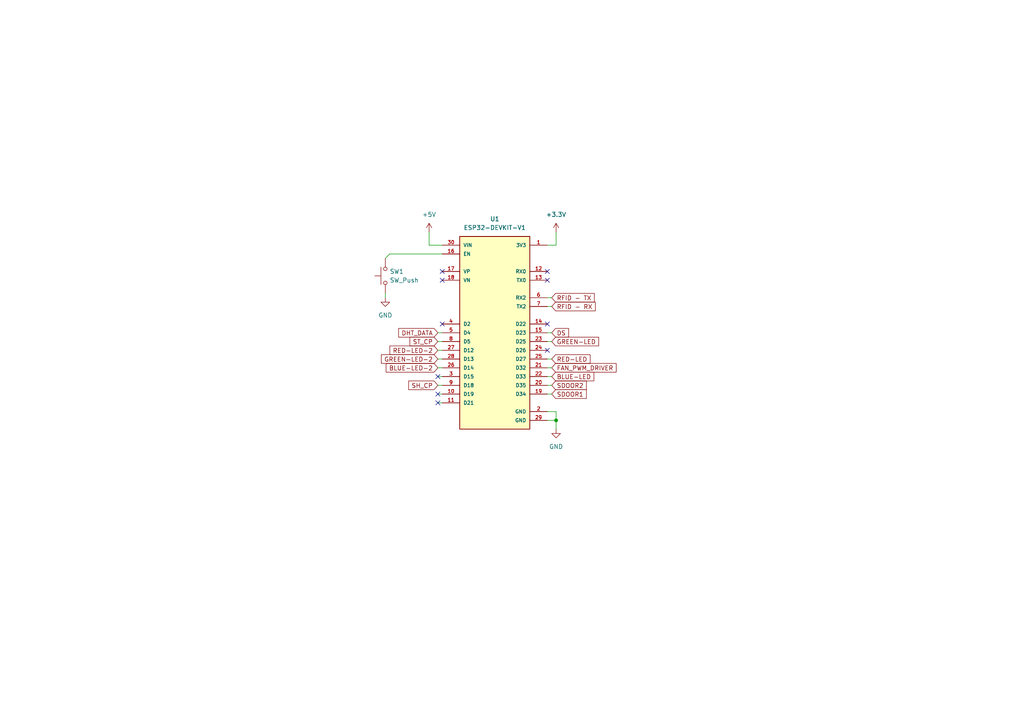
<source format=kicad_sch>
(kicad_sch (version 20230121) (generator eeschema)
  (paper "A4")
  (lib_symbols
    (symbol "ESP32-DEVKIT-V1:ESP32-DEVKIT-V1" (pin_names (offset 1.016))
      (property "Reference" "U1" (at 0 33.02 0))
      (property "Value" "ESP32-DEVKIT-V1" (at 0 30.48 0))
      (symbol "ESP32-DEVKIT-V1_0_0"
        (rectangle (start -10.16 -27.94) (end 10.16 27.94) (stroke (width 0.254)) (fill (type background)))
        (pin output line (at 15.24 25.4 180) (length 5.08) (name "3V3") (number "1"))
        (pin bidirectional line (at -15.24 -17.78 0) (length 5.08) (name "D19") (number "10"))
        (pin bidirectional line (at -15.24 -20.32 0) (length 5.08) (name "D21") (number "11"))
        (pin input line (at 15.24 17.78 180) (length 5.08) (name "RX0") (number "12"))
        (pin output line (at 15.24 15.24 180) (length 5.08) (name "TX0") (number "13"))
        (pin bidirectional line (at 15.24 2.54 180) (length 5.08) (name "D22") (number "14"))
        (pin bidirectional line (at 15.24 0 180) (length 5.08) (name "D23") (number "15"))
        (pin input line (at -15.24 22.86 0) (length 5.08) (name "EN") (number "16"))
        (pin bidirectional line (at -15.24 17.78 0) (length 5.08) (name "VP") (number "17"))
        (pin bidirectional line (at -15.24 15.24 0) (length 5.08) (name "VN") (number "18"))
        (pin bidirectional line (at 15.24 -17.78 180) (length 5.08) (name "D34") (number "19"))
        (pin power_in line (at 15.24 -22.86 180) (length 5.08) (name "GND") (number "2"))
        (pin bidirectional line (at 15.24 -15.24 180) (length 5.08) (name "D35") (number "20"))
        (pin bidirectional line (at 15.24 -10.16 180) (length 5.08) (name "D32") (number "21"))
        (pin bidirectional line (at 15.24 -12.7 180) (length 5.08) (name "D33") (number "22"))
        (pin bidirectional line (at 15.24 -2.54 180) (length 5.08) (name "D25") (number "23"))
        (pin bidirectional line (at 15.24 -5.08 180) (length 5.08) (name "D26") (number "24"))
        (pin bidirectional line (at 15.24 -7.62 180) (length 5.08) (name "D27") (number "25"))
        (pin bidirectional line (at -15.24 -10.16 0) (length 5.08) (name "D14") (number "26"))
        (pin bidirectional line (at -15.24 -5.08 0) (length 5.08) (name "D12") (number "27"))
        (pin bidirectional line (at -15.24 -7.62 0) (length 5.08) (name "D13") (number "28"))
        (pin power_in line (at 15.24 -25.4 180) (length 5.08) (name "GND") (number "29"))
        (pin bidirectional line (at -15.24 -12.7 0) (length 5.08) (name "D15") (number "3"))
        (pin input line (at -15.24 25.4 0) (length 5.08) (name "VIN") (number "30"))
        (pin bidirectional line (at -15.24 2.54 0) (length 5.08) (name "D2") (number "4"))
        (pin bidirectional line (at -15.24 0 0) (length 5.08) (name "D4") (number "5"))
        (pin input line (at 15.24 10.16 180) (length 5.08) (name "RX2") (number "6"))
        (pin output line (at 15.24 7.62 180) (length 5.08) (name "TX2") (number "7"))
        (pin bidirectional line (at -15.24 -2.54 0) (length 5.08) (name "D5") (number "8"))
        (pin bidirectional line (at -15.24 -15.24 0) (length 5.08) (name "D18") (number "9"))
      )
    )
    (symbol "Switch:SW_Push" (pin_numbers hide) (pin_names (offset 1.016) hide)
      (property "Reference" "SW" (at 1.27 2.54 0))
      (property "Value" "SW_Push" (at 0 -1.524 0))
      (symbol "SW_Push_0_1"
        (circle (center -2.032 0) (radius 0.508))
        (polyline (pts (xy 0 1.27) (xy 0 3.048)))
        (polyline (pts (xy 2.54 1.27) (xy -2.54 1.27)))
        (circle (center 2.032 0) (radius 0.508))
        (pin passive line (at -5.08 0 0) (length 2.54) (name "1") (number "1"))
        (pin passive line (at 5.08 0 180) (length 2.54) (name "2") (number "2"))
      )
    )
    (symbol "power:+3.3V" (power) (pin_names (offset 0))
      (property "Value" "+3.3V" (at 0 3.556 0))
      (symbol "+3.3V_0_1"
        (polyline (pts (xy -0.762 1.27) (xy 0 2.54)))
        (polyline (pts (xy 0 0) (xy 0 2.54)))
        (polyline (pts (xy 0 2.54) (xy 0.762 1.27)))
      )
      (symbol "+3.3V_1_1"
        (pin power_in line (at 0 0 90) (length 0) hide (name "+3.3V") (number "1"))
      )
    )
    (symbol "power:+5V" (power) (pin_names (offset 0))
      (property "Value" "+5V" (at 0 3.556 0))
      (symbol "+5V_0_1"
        (polyline (pts (xy -0.762 1.27) (xy 0 2.54)))
        (polyline (pts (xy 0 0) (xy 0 2.54)))
        (polyline (pts (xy 0 2.54) (xy 0.762 1.27)))
      )
      (symbol "+5V_1_1"
        (pin power_in line (at 0 0 90) (length 0) hide (name "+5V") (number "1"))
      )
    )
    (symbol "power:GND" (power) (pin_names (offset 0))
      (property "Value" "GND" (at 0 -3.81 0))
      (symbol "GND_0_1"
        (polyline (pts (xy 0 0) (xy 0 -1.27) (xy 1.27 -1.27) (xy 0 -2.54) (xy -1.27 -1.27) (xy 0 -1.27)))
      )
      (symbol "GND_1_1"
        (pin power_in line (at 0 0 270) (length 0) hide (name "GND") (number "1"))
      )
    )
  )
  (junction (at 161.29 121.92))
  (no_connect (at 128.27 93.98))
  (no_connect (at 158.75 93.98))
  (no_connect (at 158.75 81.28))
  (no_connect (at 158.75 101.6))
  (no_connect (at 128.27 78.74))
  (no_connect (at 127 109.22))
  (no_connect (at 127 114.3))
  (no_connect (at 127 116.84))
  (no_connect (at 158.75 78.74))
  (no_connect (at 128.27 81.28))
  (wire (pts (xy 160.02 106.68) (xy 158.75 106.68)))
  (wire (pts (xy 160.02 109.22) (xy 158.75 109.22)))
  (wire (pts (xy 124.46 67.31) (xy 124.46 71.12)))
  (wire (pts (xy 127 101.6) (xy 128.27 101.6)))
  (wire (pts (xy 158.75 114.3) (xy 160.02 114.3)))
  (wire (pts (xy 127 114.3) (xy 128.27 114.3)))
  (wire (pts (xy 160.02 99.06) (xy 158.75 99.06)))
  (wire (pts (xy 158.75 104.14) (xy 160.02 104.14)))
  (wire (pts (xy 127 111.76) (xy 128.27 111.76)))
  (wire (pts (xy 127 116.84) (xy 128.27 116.84)))
  (wire (pts (xy 161.29 71.12) (xy 158.75 71.12)))
  (wire (pts (xy 127 99.06) (xy 128.27 99.06)))
  (wire (pts (xy 111.76 74.93) (xy 113.03 73.66)))
  (wire (pts (xy 127 106.68) (xy 128.27 106.68)))
  (wire (pts (xy 158.75 96.52) (xy 160.02 96.52)))
  (wire (pts (xy 127 109.22) (xy 128.27 109.22)))
  (wire (pts (xy 127 104.14) (xy 128.27 104.14)))
  (wire (pts (xy 128.27 73.66) (xy 113.03 73.66)))
  (wire (pts (xy 111.76 85.09) (xy 111.76 86.36)))
  (wire (pts (xy 158.75 111.76) (xy 160.02 111.76)))
  (wire (pts (xy 161.29 121.92) (xy 161.29 124.46)))
  (wire (pts (xy 161.29 119.38) (xy 161.29 121.92)))
  (wire (pts (xy 158.75 119.38) (xy 161.29 119.38)))
  (wire (pts (xy 127 96.52) (xy 128.27 96.52)))
  (wire (pts (xy 158.75 86.36) (xy 160.02 86.36)))
  (wire (pts (xy 158.75 88.9) (xy 160.02 88.9)))
  (wire (pts (xy 161.29 121.92) (xy 158.75 121.92)))
  (wire (pts (xy 124.46 71.12) (xy 128.27 71.12)))
  (wire (pts (xy 161.29 67.31) (xy 161.29 71.12)))
  (global_label "SDOOR2" (shape input) (at 160.02 111.76 0) (property "Intersheetrefs" "${INTERSHEET_REFS}" (effects hide)))
  (global_label "SH_CP" (shape input) (at 127 111.76 180) (property "Intersheetrefs" "${INTERSHEET_REFS}" (effects hide)))
  (global_label "RED-LED" (shape input) (at 160.02 104.14 0) (property "Intersheetrefs" "${INTERSHEET_REFS}" (effects hide)))
  (global_label "FAN_PWM_DRIVER" (shape input) (at 160.02 106.68 0) (property "Intersheetrefs" "${INTERSHEET_REFS}" (effects hide)))
  (global_label "BLUE-LED-2" (shape input) (at 127 106.68 180) (property "Intersheetrefs" "${INTERSHEET_REFS}" (effects hide)))
  (global_label "GREEN-LED-2" (shape input) (at 127 104.14 180) (property "Intersheetrefs" "${INTERSHEET_REFS}" (effects hide)))
  (global_label "DHT_DATA" (shape input) (at 127 96.52 180) (property "Intersheetrefs" "${INTERSHEET_REFS}" (effects hide)))
  (global_label "ST_CP" (shape input) (at 127 99.06 180) (property "Intersheetrefs" "${INTERSHEET_REFS}" (effects hide)))
  (global_label "RFID - TX" (shape input) (at 160.02 86.36 0) (property "Intersheetrefs" "${INTERSHEET_REFS}" (effects hide)))
  (global_label "GREEN-LED" (shape input) (at 160.02 99.06 0) (property "Intersheetrefs" "${INTERSHEET_REFS}" (effects hide)))
  (global_label "RFID - RX" (shape input) (at 160.02 88.9 0) (property "Intersheetrefs" "${INTERSHEET_REFS}" (effects hide)))
  (global_label "DS" (shape input) (at 160.02 96.52 0) (property "Intersheetrefs" "${INTERSHEET_REFS}" (effects hide)))
  (global_label "BLUE-LED" (shape input) (at 160.02 109.22 0) (property "Intersheetrefs" "${INTERSHEET_REFS}" (effects hide)))
  (global_label "SDOOR1" (shape input) (at 160.02 114.3 0) (property "Intersheetrefs" "${INTERSHEET_REFS}" (effects hide)))
  (global_label "RED-LED-2" (shape input) (at 127 101.6 180) (property "Intersheetrefs" "${INTERSHEET_REFS}" (effects hide)))
  (symbol (lib_id "power:GND") (at 161.29 124.46 0) (unit 1)
    (property "Reference" "#PWR05" (effects hide))
    (property "Value" "GND" (at 161.29 129.54 0))
  )
  (symbol (lib_id "Switch:SW_Push") (at 111.76 80.01 90) (unit 1)
    (property "Reference" "SW1" (at 113.03 78.74 90) (effects (justify right)))
    (property "Value" "SW_Push" (at 113.03 81.28 90) (effects (justify right)))
    (property "Footprint" "Button_Switch_THT:SW_PUSH_6mm_H4.3mm" (effects hide))
  )
  (symbol (lib_id "power:GND") (at 111.76 86.36 0) (unit 1)
    (property "Reference" "#PWR09" (effects hide))
    (property "Value" "GND" (at 111.76 91.44 0))
  )
  (symbol (lib_id "power:+5V") (at 124.46 67.31 0) (unit 1)
    (property "Reference" "#PWR06" (effects hide))
    (property "Value" "+5V" (at 124.46 62.23 0))
  )
  (symbol (lib_id "power:+3.3V") (at 161.29 67.31 0) (unit 1)
    (property "Reference" "#PWR016" (effects hide))
    (property "Value" "+3.3V" (at 161.29 62.23 0))
  )
  (symbol (lib_id "ESP32-DEVKIT-V1:ESP32-DEVKIT-V1") (at 143.51 96.52 0) (unit 1)
    (property "Reference" "U1" (at 143.51 63.5 0))
    (property "Value" "ESP32-DEVKIT-V1" (at 143.51 66.04 0))
    (property "Footprint" "ESP32-DEVKIT-V1:MODULE_ESP32_DEVKIT_V1" (effects hide))
    (property "MF" "Do it" (effects hide))
    (property "MAXIMUM_PACKAGE_HEIGHT" "6.8 mm" (effects hide))
    (property "Package" "None" (effects hide))
    (property "Price" "None" (effects hide))
    (property "Check_prices" "https://www.snapeda.com/parts/ESP32-DEVKIT-V1/Do+it/view-part/?ref=eda" (effects hide))
    (property "STANDARD" "Manufacturer Recommendations" (effects hide))
    (property "PARTREV" "N/A" (effects hide))
    (property "SnapEDA_Link" "https://www.snapeda.com/parts/ESP32-DEVKIT-V1/Do+it/view-part/?ref=snap" (effects hide))
    (property "MP" "ESP32-DEVKIT-V1" (effects hide))
    (property "Description" "\nDual core, Wi-Fi: 2.4 GHz up to 150 Mbits/s,BLE (Bluetooth Low Energy) and legacy Bluetooth, 32 bits, Up to 240 MHz\n" (effects hide))
    (property "Availability" "Not in stock" (effects hide))
    (property "MANUFACTURER" "DOIT" (effects hide))
  )
)
</source>
